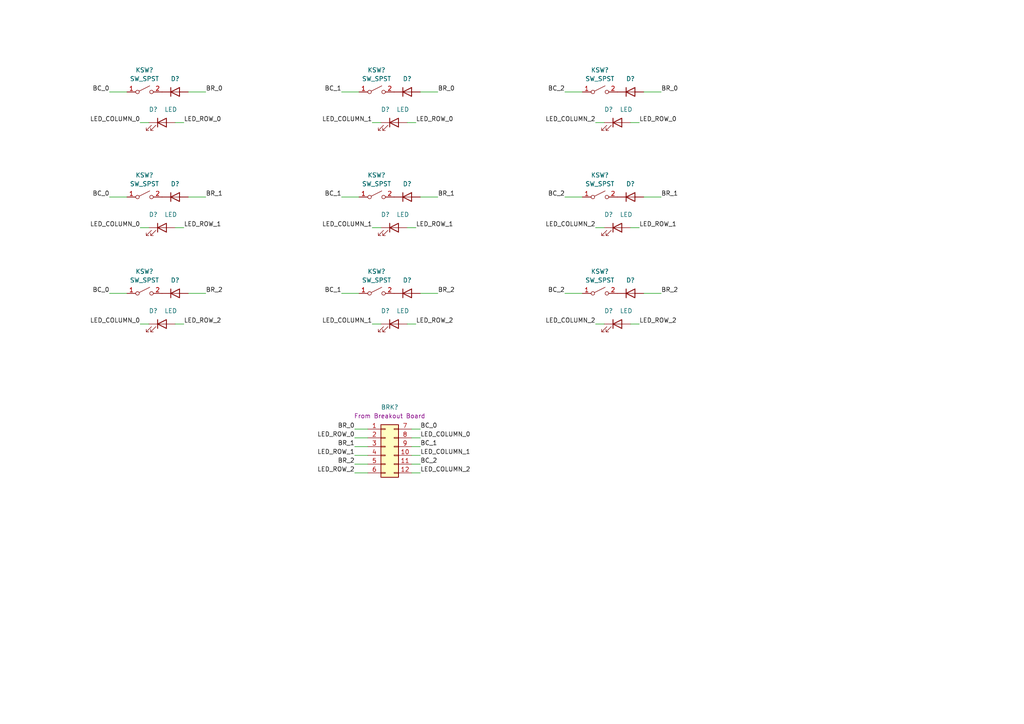
<source format=kicad_sch>
(kicad_sch (version 20211123) (generator eeschema)
  (paper "A4")
  (lib_symbols
    (symbol "Connector_Generic:Conn_02x06_Top_Bottom" (pin_names (offset 1.016) hide)
      (property "Reference" "J" (at 1.27 7.62 0))
      (property "Value" "Conn_02x06_Top_Bottom" (at 1.27 -10.16 0))
      (symbol "Conn_02x06_Top_Bottom_1_1"
        (rectangle (start -1.27 -7.493) (end 0 -7.747) (stroke (width 0.1524)))
        (rectangle (start -1.27 -4.953) (end 0 -5.207) (stroke (width 0.1524)))
        (rectangle (start -1.27 -2.413) (end 0 -2.667) (stroke (width 0.1524)))
        (rectangle (start -1.27 0.127) (end 0 -0.127) (stroke (width 0.1524)))
        (rectangle (start -1.27 2.667) (end 0 2.413) (stroke (width 0.1524)))
        (rectangle (start -1.27 5.207) (end 0 4.953) (stroke (width 0.1524)))
        (rectangle (start -1.27 6.35) (end 3.81 -8.89) (stroke (width 0.254)) (fill (type background)))
        (rectangle (start 3.81 -7.493) (end 2.54 -7.747) (stroke (width 0.1524)))
        (rectangle (start 3.81 -4.953) (end 2.54 -5.207) (stroke (width 0.1524)))
        (rectangle (start 3.81 -2.413) (end 2.54 -2.667) (stroke (width 0.1524)))
        (rectangle (start 3.81 0.127) (end 2.54 -0.127) (stroke (width 0.1524)))
        (rectangle (start 3.81 2.667) (end 2.54 2.413) (stroke (width 0.1524)))
        (rectangle (start 3.81 5.207) (end 2.54 4.953) (stroke (width 0.1524)))
        (pin passive line (at -5.08 5.08 0) (length 3.81) (name "Pin_1") (number "1"))
        (pin passive line (at 7.62 -2.54 180) (length 3.81) (name "Pin_10") (number "10"))
        (pin passive line (at 7.62 -5.08 180) (length 3.81) (name "Pin_11") (number "11"))
        (pin passive line (at 7.62 -7.62 180) (length 3.81) (name "Pin_12") (number "12"))
        (pin passive line (at -5.08 2.54 0) (length 3.81) (name "Pin_2") (number "2"))
        (pin passive line (at -5.08 0 0) (length 3.81) (name "Pin_3") (number "3"))
        (pin passive line (at -5.08 -2.54 0) (length 3.81) (name "Pin_4") (number "4"))
        (pin passive line (at -5.08 -5.08 0) (length 3.81) (name "Pin_5") (number "5"))
        (pin passive line (at -5.08 -7.62 0) (length 3.81) (name "Pin_6") (number "6"))
        (pin passive line (at 7.62 5.08 180) (length 3.81) (name "Pin_7") (number "7"))
        (pin passive line (at 7.62 2.54 180) (length 3.81) (name "Pin_8") (number "8"))
        (pin passive line (at 7.62 0 180) (length 3.81) (name "Pin_9") (number "9"))
      )
    )
    (symbol "Device:LED" (pin_numbers hide) (pin_names (offset 1.016) hide)
      (property "Reference" "D" (at 0 2.54 0))
      (property "Value" "LED" (at 0 -2.54 0))
      (symbol "LED_0_1"
        (polyline (pts (xy -1.27 -1.27) (xy -1.27 1.27)) (stroke (width 0.254)))
        (polyline (pts (xy -1.27 0) (xy 1.27 0)))
        (polyline (pts (xy 1.27 -1.27) (xy 1.27 1.27) (xy -1.27 0) (xy 1.27 -1.27)) (stroke (width 0.254)))
        (polyline (pts (xy -3.048 -0.762) (xy -4.572 -2.286) (xy -3.81 -2.286) (xy -4.572 -2.286) (xy -4.572 -1.524)))
        (polyline (pts (xy -1.778 -0.762) (xy -3.302 -2.286) (xy -2.54 -2.286) (xy -3.302 -2.286) (xy -3.302 -1.524)))
      )
      (symbol "LED_1_1"
        (pin passive line (at -3.81 0 0) (length 2.54) (name "K") (number "1"))
        (pin passive line (at 3.81 0 180) (length 2.54) (name "A") (number "2"))
      )
    )
    (symbol "Diode:1N4148WT" (pin_numbers hide) (pin_names (offset 1.016) hide)
      (property "Reference" "D" (at 0 2.54 0))
      (property "Value" "1N4148WT" (at 0 -2.54 0))
      (symbol "1N4148WT_0_1"
        (polyline (pts (xy -1.27 1.27) (xy -1.27 -1.27)) (stroke (width 0.254)))
        (polyline (pts (xy 1.27 0) (xy -1.27 0)))
        (polyline (pts (xy 1.27 1.27) (xy 1.27 -1.27) (xy -1.27 0) (xy 1.27 1.27)) (stroke (width 0.254)))
      )
      (symbol "1N4148WT_1_1"
        (pin passive line (at -3.81 0 0) (length 2.54) (name "K") (number "1"))
        (pin passive line (at 3.81 0 180) (length 2.54) (name "A") (number "2"))
      )
    )
    (symbol "Switch:SW_SPST" (pin_names (offset 0) hide)
      (property "Reference" "SW" (at 0 3.175 0))
      (property "Value" "SW_SPST" (at 0 -2.54 0))
      (symbol "SW_SPST_0_0"
        (circle (center -2.032 0) (radius 0.508))
        (polyline (pts (xy -1.524 0.254) (xy 1.524 1.778)))
        (circle (center 2.032 0) (radius 0.508))
      )
      (symbol "SW_SPST_1_1"
        (pin passive line (at -5.08 0 0) (length 2.54) (name "A") (number "1"))
        (pin passive line (at 5.08 0 180) (length 2.54) (name "B") (number "2"))
      )
    )
  )
  (wire (pts (xy 119.38 124.46) (xy 121.92 124.46)))
  (wire (pts (xy 118.11 93.98) (xy 120.65 93.98)))
  (wire (pts (xy 121.92 26.67) (xy 127 26.67)))
  (wire (pts (xy 102.87 137.16) (xy 106.68 137.16)))
  (wire (pts (xy 182.88 66.04) (xy 185.42 66.04)))
  (wire (pts (xy 172.72 66.04) (xy 175.26 66.04)))
  (wire (pts (xy 102.87 134.62) (xy 106.68 134.62)))
  (wire (pts (xy 54.61 57.15) (xy 59.69 57.15)))
  (wire (pts (xy 102.87 127) (xy 106.68 127)))
  (wire (pts (xy 121.92 57.15) (xy 127 57.15)))
  (wire (pts (xy 50.8 35.56) (xy 53.34 35.56)))
  (wire (pts (xy 163.83 85.09) (xy 168.91 85.09)))
  (wire (pts (xy 121.92 85.09) (xy 127 85.09)))
  (wire (pts (xy 107.95 93.98) (xy 110.49 93.98)))
  (wire (pts (xy 99.06 57.15) (xy 104.14 57.15)))
  (wire (pts (xy 182.88 93.98) (xy 185.42 93.98)))
  (wire (pts (xy 119.38 127) (xy 121.92 127)))
  (wire (pts (xy 54.61 26.67) (xy 59.69 26.67)))
  (wire (pts (xy 107.95 66.04) (xy 110.49 66.04)))
  (wire (pts (xy 119.38 137.16) (xy 121.92 137.16)))
  (wire (pts (xy 119.38 132.08) (xy 121.92 132.08)))
  (wire (pts (xy 40.64 93.98) (xy 43.18 93.98)))
  (wire (pts (xy 102.87 124.46) (xy 106.68 124.46)))
  (wire (pts (xy 50.8 93.98) (xy 53.34 93.98)))
  (wire (pts (xy 163.83 57.15) (xy 168.91 57.15)))
  (wire (pts (xy 119.38 134.62) (xy 121.92 134.62)))
  (wire (pts (xy 118.11 35.56) (xy 120.65 35.56)))
  (wire (pts (xy 54.61 85.09) (xy 59.69 85.09)))
  (wire (pts (xy 31.75 85.09) (xy 36.83 85.09)))
  (wire (pts (xy 40.64 35.56) (xy 43.18 35.56)))
  (wire (pts (xy 119.38 129.54) (xy 121.92 129.54)))
  (wire (pts (xy 172.72 93.98) (xy 175.26 93.98)))
  (wire (pts (xy 186.69 57.15) (xy 191.77 57.15)))
  (wire (pts (xy 186.69 85.09) (xy 191.77 85.09)))
  (wire (pts (xy 107.95 35.56) (xy 110.49 35.56)))
  (wire (pts (xy 50.8 66.04) (xy 53.34 66.04)))
  (wire (pts (xy 172.72 35.56) (xy 175.26 35.56)))
  (wire (pts (xy 99.06 85.09) (xy 104.14 85.09)))
  (wire (pts (xy 182.88 35.56) (xy 185.42 35.56)))
  (wire (pts (xy 99.06 26.67) (xy 104.14 26.67)))
  (wire (pts (xy 186.69 26.67) (xy 191.77 26.67)))
  (wire (pts (xy 102.87 132.08) (xy 106.68 132.08)))
  (wire (pts (xy 102.87 129.54) (xy 106.68 129.54)))
  (wire (pts (xy 118.11 66.04) (xy 120.65 66.04)))
  (wire (pts (xy 163.83 26.67) (xy 168.91 26.67)))
  (wire (pts (xy 40.64 66.04) (xy 43.18 66.04)))
  (wire (pts (xy 31.75 26.67) (xy 36.83 26.67)))
  (wire (pts (xy 31.75 57.15) (xy 36.83 57.15)))
  (label "LED_ROW_0" (at 120.65 35.56 0))
  (label "LED_COLUMN_2" (at 121.92 137.16 0))
  (label "BR_0" (at 191.77 26.67 0))
  (label "BC_0" (at 31.75 26.67 180))
  (label "LED_ROW_2" (at 120.65 93.98 0))
  (label "BR_1" (at 102.87 129.54 180))
  (label "LED_COLUMN_2" (at 172.72 66.04 180))
  (label "LED_ROW_2" (at 102.87 137.16 180))
  (label "BC_2" (at 163.83 26.67 180))
  (label "BR_1" (at 127 57.15 0))
  (label "LED_COLUMN_1" (at 107.95 35.56 180))
  (label "LED_COLUMN_2" (at 172.72 93.98 180))
  (label "LED_COLUMN_0" (at 40.64 35.56 180))
  (label "BR_0" (at 102.87 124.46 180))
  (label "BR_1" (at 59.69 57.15 0))
  (label "BR_0" (at 59.69 26.67 0))
  (label "LED_ROW_1" (at 120.65 66.04 0))
  (label "LED_ROW_2" (at 185.42 93.98 0))
  (label "BC_2" (at 121.92 134.62 0))
  (label "LED_COLUMN_0" (at 40.64 93.98 180))
  (label "LED_COLUMN_2" (at 172.72 35.56 180))
  (label "LED_ROW_1" (at 53.34 66.04 0))
  (label "LED_ROW_0" (at 185.42 35.56 0))
  (label "LED_ROW_0" (at 102.87 127 180))
  (label "LED_COLUMN_1" (at 107.95 66.04 180))
  (label "BC_2" (at 163.83 85.09 180))
  (label "BC_1" (at 121.92 129.54 0))
  (label "BC_1" (at 99.06 26.67 180))
  (label "LED_ROW_2" (at 53.34 93.98 0))
  (label "BR_0" (at 127 26.67 0))
  (label "BC_1" (at 99.06 85.09 180))
  (label "BR_2" (at 102.87 134.62 180))
  (label "LED_ROW_1" (at 185.42 66.04 0))
  (label "BC_0" (at 121.92 124.46 0))
  (label "BC_0" (at 31.75 57.15 180))
  (label "BC_1" (at 99.06 57.15 180))
  (label "BC_2" (at 163.83 57.15 180))
  (label "BR_2" (at 127 85.09 0))
  (label "LED_ROW_1" (at 102.87 132.08 180))
  (label "LED_COLUMN_0" (at 40.64 66.04 180))
  (label "BC_0" (at 31.75 85.09 180))
  (label "BR_1" (at 191.77 57.15 0))
  (label "BR_2" (at 191.77 85.09 0))
  (label "LED_COLUMN_1" (at 107.95 93.98 180))
  (label "LED_COLUMN_1" (at 121.92 132.08 0))
  (label "LED_COLUMN_0" (at 121.92 127 0))
  (label "BR_2" (at 59.69 85.09 0))
  (label "LED_ROW_0" (at 53.34 35.56 0))
  (symbol (lib_id "Switch:SW_SPST") (at 41.91 57.15 0) (unit 1)
    (property "Reference" "KSW?" (at 41.91 50.8 0))
    (property "Value" "SW_SPST" (at 41.91 53.34 0))
  )
  (symbol (lib_id "Device:LED") (at 46.99 93.98 0) (unit 1)
    (property "Reference" "D?" (at 44.45 90.17 0))
    (property "Value" "LED" (at 49.53 90.17 0))
  )
  (symbol (lib_id "Switch:SW_SPST") (at 173.99 57.15 0) (unit 1)
    (property "Reference" "KSW?" (at 173.99 50.8 0))
    (property "Value" "SW_SPST" (at 173.99 53.34 0))
  )
  (symbol (lib_id "Diode:1N4148WT") (at 50.8 26.67 0) (unit 1)
    (property "Reference" "D?" (at 50.8 22.86 0))
    (property "Datasheet" "https://www.diodes.com/assets/Datasheets/ds30396.pdf" (effects hide))
    (property "LCSC" "C232841" (effects hide))
  )
  (symbol (lib_id "Switch:SW_SPST") (at 41.91 85.09 0) (unit 1)
    (property "Reference" "KSW?" (at 41.91 78.74 0))
    (property "Value" "SW_SPST" (at 41.91 81.28 0))
  )
  (symbol (lib_id "Device:LED") (at 114.3 35.56 0) (unit 1)
    (property "Reference" "D?" (at 111.76 31.75 0))
    (property "Value" "LED" (at 116.84 31.75 0))
  )
  (symbol (lib_id "Switch:SW_SPST") (at 173.99 85.09 0) (unit 1)
    (property "Reference" "KSW?" (at 173.99 78.74 0))
    (property "Value" "SW_SPST" (at 173.99 81.28 0))
  )
  (symbol (lib_id "Diode:1N4148WT") (at 118.11 85.09 0) (unit 1)
    (property "Reference" "D?" (at 118.11 81.28 0))
    (property "Datasheet" "https://www.diodes.com/assets/Datasheets/ds30396.pdf" (effects hide))
    (property "LCSC" "C232841" (effects hide))
  )
  (symbol (lib_id "Device:LED") (at 179.07 66.04 0) (unit 1)
    (property "Reference" "D?" (at 176.53 62.23 0))
    (property "Value" "LED" (at 181.61 62.23 0))
  )
  (symbol (lib_id "Switch:SW_SPST") (at 109.22 85.09 0) (unit 1)
    (property "Reference" "KSW?" (at 109.22 78.74 0))
    (property "Value" "SW_SPST" (at 109.22 81.28 0))
  )
  (symbol (lib_id "Switch:SW_SPST") (at 109.22 57.15 0) (unit 1)
    (property "Reference" "KSW?" (at 109.22 50.8 0))
    (property "Value" "SW_SPST" (at 109.22 53.34 0))
  )
  (symbol (lib_id "Device:LED") (at 179.07 35.56 0) (unit 1)
    (property "Reference" "D?" (at 176.53 31.75 0))
    (property "Value" "LED" (at 181.61 31.75 0))
  )
  (symbol (lib_id "Diode:1N4148WT") (at 182.88 57.15 0) (unit 1)
    (property "Reference" "D?" (at 182.88 53.34 0))
    (property "Datasheet" "https://www.diodes.com/assets/Datasheets/ds30396.pdf" (effects hide))
    (property "LCSC" "C232841" (effects hide))
  )
  (symbol (lib_id "Diode:1N4148WT") (at 50.8 85.09 0) (unit 1)
    (property "Reference" "D?" (at 50.8 81.28 0))
    (property "Datasheet" "https://www.diodes.com/assets/Datasheets/ds30396.pdf" (effects hide))
    (property "LCSC" "C232841" (effects hide))
  )
  (symbol (lib_id "Device:LED") (at 114.3 93.98 0) (unit 1)
    (property "Reference" "D?" (at 111.76 90.17 0))
    (property "Value" "LED" (at 116.84 90.17 0))
  )
  (symbol (lib_id "Diode:1N4148WT") (at 182.88 26.67 0) (unit 1)
    (property "Reference" "D?" (at 182.88 22.86 0))
    (property "Datasheet" "https://www.diodes.com/assets/Datasheets/ds30396.pdf" (effects hide))
    (property "LCSC" "C232841" (effects hide))
  )
  (symbol (lib_id "Device:LED") (at 46.99 35.56 0) (unit 1)
    (property "Reference" "D?" (at 44.45 31.75 0))
    (property "Value" "LED" (at 49.53 31.75 0))
  )
  (symbol (lib_id "Switch:SW_SPST") (at 41.91 26.67 0) (unit 1)
    (property "Reference" "KSW?" (at 41.91 20.32 0))
    (property "Value" "SW_SPST" (at 41.91 22.86 0))
  )
  (symbol (lib_id "Connector_Generic:Conn_02x06_Top_Bottom") (at 111.76 129.54 0) (unit 1)
    (property "Reference" "BRK?" (at 113.03 118.11 0))
    (property "Value" "Conn_02x06_Top_Bottom" (effects hide))
    (property "Description" "From Breakout Board" (at 113.03 120.65 0))
  )
  (symbol (lib_id "Diode:1N4148WT") (at 118.11 57.15 0) (unit 1)
    (property "Reference" "D?" (at 118.11 53.34 0))
    (property "Datasheet" "https://www.diodes.com/assets/Datasheets/ds30396.pdf" (effects hide))
    (property "LCSC" "C232841" (effects hide))
  )
  (symbol (lib_id "Switch:SW_SPST") (at 109.22 26.67 0) (unit 1)
    (property "Reference" "KSW?" (at 109.22 20.32 0))
    (property "Value" "SW_SPST" (at 109.22 22.86 0))
  )
  (symbol (lib_id "Switch:SW_SPST") (at 173.99 26.67 0) (unit 1)
    (property "Reference" "KSW?" (at 173.99 20.32 0))
    (property "Value" "SW_SPST" (at 173.99 22.86 0))
  )
  (symbol (lib_id "Diode:1N4148WT") (at 50.8 57.15 0) (unit 1)
    (property "Reference" "D?" (at 50.8 53.34 0))
    (property "Datasheet" "https://www.diodes.com/assets/Datasheets/ds30396.pdf" (effects hide))
    (property "LCSC" "C232841" (effects hide))
  )
  (symbol (lib_id "Diode:1N4148WT") (at 182.88 85.09 0) (unit 1)
    (property "Reference" "D?" (at 182.88 81.28 0))
    (property "Datasheet" "https://www.diodes.com/assets/Datasheets/ds30396.pdf" (effects hide))
    (property "LCSC" "C232841" (effects hide))
  )
  (symbol (lib_id "Device:LED") (at 114.3 66.04 0) (unit 1)
    (property "Reference" "D?" (at 111.76 62.23 0))
    (property "Value" "LED" (at 116.84 62.23 0))
  )
  (symbol (lib_id "Diode:1N4148WT") (at 118.11 26.67 0) (unit 1)
    (property "Reference" "D?" (at 118.11 22.86 0))
    (property "Datasheet" "https://www.diodes.com/assets/Datasheets/ds30396.pdf" (effects hide))
    (property "LCSC" "C232841" (effects hide))
  )
  (symbol (lib_id "Device:LED") (at 46.99 66.04 0) (unit 1)
    (property "Reference" "D?" (at 44.45 62.23 0))
    (property "Value" "LED" (at 49.53 62.23 0))
  )
  (symbol (lib_id "Device:LED") (at 179.07 93.98 0) (unit 1)
    (property "Reference" "D?" (at 176.53 90.17 0))
    (property "Value" "LED" (at 181.61 90.17 0))
  )
)
</source>
